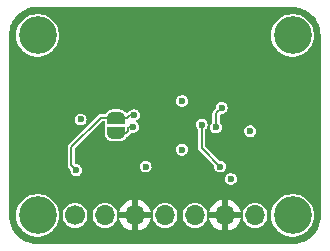
<source format=gbr>
%TF.GenerationSoftware,KiCad,Pcbnew,8.0.3-8.0.3-0~ubuntu23.10.1*%
%TF.CreationDate,2024-08-01T21:15:56-04:00*%
%TF.ProjectId,OPT4001,4f505434-3030-4312-9e6b-696361645f70,rev?*%
%TF.SameCoordinates,Original*%
%TF.FileFunction,Copper,L4,Bot*%
%TF.FilePolarity,Positive*%
%FSLAX46Y46*%
G04 Gerber Fmt 4.6, Leading zero omitted, Abs format (unit mm)*
G04 Created by KiCad (PCBNEW 8.0.3-8.0.3-0~ubuntu23.10.1) date 2024-08-01 21:15:56*
%MOMM*%
%LPD*%
G01*
G04 APERTURE LIST*
G04 Aperture macros list*
%AMFreePoly0*
4,1,19,0.500000,-0.750000,0.000000,-0.750000,0.000000,-0.744911,-0.071157,-0.744911,-0.207708,-0.704816,-0.327430,-0.627875,-0.420627,-0.520320,-0.479746,-0.390866,-0.500000,-0.250000,-0.500000,0.250000,-0.479746,0.390866,-0.420627,0.520320,-0.327430,0.627875,-0.207708,0.704816,-0.071157,0.744911,0.000000,0.744911,0.000000,0.750000,0.500000,0.750000,0.500000,-0.750000,0.500000,-0.750000,
$1*%
%AMFreePoly1*
4,1,19,0.000000,0.744911,0.071157,0.744911,0.207708,0.704816,0.327430,0.627875,0.420627,0.520320,0.479746,0.390866,0.500000,0.250000,0.500000,-0.250000,0.479746,-0.390866,0.420627,-0.520320,0.327430,-0.627875,0.207708,-0.704816,0.071157,-0.744911,0.000000,-0.744911,0.000000,-0.750000,-0.500000,-0.750000,-0.500000,0.750000,0.000000,0.750000,0.000000,0.744911,0.000000,0.744911,
$1*%
G04 Aperture macros list end*
%TA.AperFunction,ComponentPad*%
%ADD10C,3.200000*%
%TD*%
%TA.AperFunction,SMDPad,CuDef*%
%ADD11FreePoly0,270.000000*%
%TD*%
%TA.AperFunction,SMDPad,CuDef*%
%ADD12FreePoly1,270.000000*%
%TD*%
%TA.AperFunction,ComponentPad*%
%ADD13O,1.700000X1.700000*%
%TD*%
%TA.AperFunction,ComponentPad*%
%ADD14C,1.700000*%
%TD*%
%TA.AperFunction,ViaPad*%
%ADD15C,0.600000*%
%TD*%
%TA.AperFunction,Conductor*%
%ADD16C,0.200000*%
%TD*%
G04 APERTURE END LIST*
D10*
%TO.P,H1,1,1*%
%TO.N,unconnected-(H1-Pad1)*%
X108204000Y-87630000D03*
%TD*%
%TO.P,H4,1,1*%
%TO.N,unconnected-(H4-Pad1)*%
X129794000Y-87630000D03*
%TD*%
%TO.P,H3,1,1*%
%TO.N,unconnected-(H3-Pad1)*%
X108204000Y-102870000D03*
%TD*%
%TO.P,H2,1,1*%
%TO.N,unconnected-(H2-Pad1)*%
X129794000Y-102870000D03*
%TD*%
D11*
%TO.P,JP1,1,A*%
%TO.N,+3.3V*%
X114850000Y-94600000D03*
D12*
%TO.P,JP1,2,B*%
%TO.N,Net-(JP1-B)*%
X114850000Y-95900000D03*
%TD*%
D13*
%TO.P,J3,7,Pin_7*%
%TO.N,/INT*%
X126614000Y-102870000D03*
%TO.P,J3,6,Pin_6*%
%TO.N,GND*%
X124074000Y-102870000D03*
%TO.P,J3,5,Pin_5*%
%TO.N,/SDA*%
X121534000Y-102870000D03*
%TO.P,J3,4,Pin_4*%
%TO.N,/SCL*%
X118994000Y-102870000D03*
%TO.P,J3,3,Pin_3*%
%TO.N,GND*%
X116454000Y-102870000D03*
%TO.P,J3,2,Pin_2*%
%TO.N,+3.3V*%
X113914000Y-102870000D03*
D14*
%TO.P,J3,1,Pin_1*%
%TO.N,VDD*%
X111374000Y-102870000D03*
%TD*%
D15*
%TO.N,GND*%
X111950000Y-97790000D03*
X116320000Y-96410000D03*
X116360000Y-93430000D03*
X126210000Y-96750000D03*
X111850000Y-93750000D03*
%TO.N,/SCL*%
X123310000Y-95430000D03*
X123800000Y-93750000D03*
%TO.N,VDD*%
X124580000Y-99790000D03*
X126210000Y-95750000D03*
X120420000Y-97310000D03*
X120450000Y-93190000D03*
X111850000Y-94750000D03*
X117350000Y-98740000D03*
%TO.N,/INT*%
X122100000Y-95180000D03*
X123660000Y-98740000D03*
%TO.N,+3.3V*%
X111500000Y-99040000D03*
X116370000Y-94380000D03*
%TO.N,Net-(JP1-B)*%
X116320000Y-95390000D03*
%TD*%
D16*
%TO.N,/SCL*%
X123310000Y-95430000D02*
X123310000Y-94240000D01*
X123310000Y-94240000D02*
X123800000Y-93750000D01*
%TO.N,/INT*%
X122100000Y-97180000D02*
X123660000Y-98740000D01*
X122100000Y-95180000D02*
X122100000Y-97180000D01*
%TO.N,+3.3V*%
X114850000Y-94600000D02*
X113570000Y-94600000D01*
X111050000Y-98590000D02*
X111500000Y-99040000D01*
X115790000Y-94600000D02*
X114850000Y-94600000D01*
X113570000Y-94600000D02*
X111050000Y-97120000D01*
X116370000Y-94380000D02*
X116010000Y-94380000D01*
X116010000Y-94380000D02*
X115790000Y-94600000D01*
X111050000Y-97120000D02*
X111050000Y-98590000D01*
%TO.N,Net-(JP1-B)*%
X115970000Y-95390000D02*
X115870000Y-95490000D01*
X115870000Y-95490000D02*
X115870000Y-95750000D01*
X115870000Y-95750000D02*
X115720000Y-95900000D01*
X116320000Y-95390000D02*
X115970000Y-95390000D01*
X115720000Y-95900000D02*
X114850000Y-95900000D01*
%TD*%
%TA.AperFunction,Conductor*%
%TO.N,GND*%
G36*
X129766884Y-85207613D02*
G01*
X130052036Y-85224862D01*
X130059503Y-85225769D01*
X130338629Y-85276921D01*
X130345956Y-85278727D01*
X130544347Y-85340548D01*
X130616871Y-85363147D01*
X130623927Y-85365822D01*
X130882707Y-85482289D01*
X130889377Y-85485791D01*
X131044035Y-85579285D01*
X131132219Y-85632594D01*
X131138430Y-85636881D01*
X131361809Y-85811888D01*
X131367458Y-85816893D01*
X131568106Y-86017541D01*
X131573111Y-86023190D01*
X131748118Y-86246569D01*
X131752405Y-86252780D01*
X131899205Y-86495616D01*
X131902713Y-86502299D01*
X132019176Y-86761071D01*
X132021852Y-86768128D01*
X132106272Y-87039043D01*
X132108078Y-87046371D01*
X132159228Y-87325483D01*
X132160138Y-87332976D01*
X132175991Y-87595071D01*
X132175899Y-87597521D01*
X132177385Y-87621971D01*
X132177500Y-87625761D01*
X132177500Y-87649102D01*
X132177629Y-87649669D01*
X132190183Y-87675440D01*
X132190305Y-87675692D01*
X132200310Y-87696466D01*
X132206500Y-87723585D01*
X132206500Y-102868110D01*
X132206386Y-102871884D01*
X132189138Y-103157023D01*
X132188228Y-103164515D01*
X132137078Y-103443628D01*
X132135272Y-103450956D01*
X132050852Y-103721871D01*
X132048176Y-103728928D01*
X131931713Y-103987700D01*
X131928205Y-103994383D01*
X131781405Y-104237219D01*
X131777118Y-104243430D01*
X131602111Y-104466809D01*
X131597106Y-104472458D01*
X131396458Y-104673106D01*
X131390809Y-104678111D01*
X131167430Y-104853118D01*
X131161219Y-104857405D01*
X130918383Y-105004205D01*
X130911700Y-105007713D01*
X130652928Y-105124176D01*
X130645871Y-105126852D01*
X130374956Y-105211272D01*
X130367628Y-105213078D01*
X130088515Y-105264228D01*
X130081023Y-105265138D01*
X129795885Y-105282386D01*
X129792111Y-105282500D01*
X108205889Y-105282500D01*
X108202115Y-105282386D01*
X107916976Y-105265138D01*
X107909484Y-105264228D01*
X107630371Y-105213078D01*
X107623043Y-105211272D01*
X107352128Y-105126852D01*
X107345071Y-105124176D01*
X107086299Y-105007713D01*
X107079616Y-105004205D01*
X106836780Y-104857405D01*
X106830569Y-104853118D01*
X106607190Y-104678111D01*
X106601541Y-104673106D01*
X106400893Y-104472458D01*
X106395888Y-104466809D01*
X106220881Y-104243430D01*
X106216594Y-104237219D01*
X106159895Y-104143428D01*
X106069791Y-103994377D01*
X106066289Y-103987707D01*
X105949822Y-103728927D01*
X105947147Y-103721871D01*
X105862727Y-103450956D01*
X105860921Y-103443628D01*
X105847428Y-103370000D01*
X105809769Y-103164503D01*
X105808862Y-103157034D01*
X105791614Y-102871883D01*
X105791557Y-102870000D01*
X106398451Y-102870000D01*
X106417185Y-103120000D01*
X106418617Y-103139102D01*
X106418617Y-103139104D01*
X106478663Y-103402188D01*
X106478666Y-103402195D01*
X106577257Y-103653398D01*
X106712185Y-103887102D01*
X106712187Y-103887105D01*
X106712191Y-103887111D01*
X106880432Y-104098077D01*
X106880435Y-104098080D01*
X106880439Y-104098085D01*
X107078259Y-104281635D01*
X107078264Y-104281638D01*
X107078267Y-104281641D01*
X107219101Y-104377659D01*
X107301226Y-104433651D01*
X107544359Y-104550738D01*
X107684469Y-104593956D01*
X107802217Y-104630277D01*
X107802221Y-104630278D01*
X107802228Y-104630280D01*
X108069071Y-104670500D01*
X108069077Y-104670500D01*
X108338923Y-104670500D01*
X108338929Y-104670500D01*
X108605772Y-104630280D01*
X108863641Y-104550738D01*
X109106775Y-104433651D01*
X109329741Y-104281635D01*
X109527561Y-104098085D01*
X109695815Y-103887102D01*
X109830743Y-103653398D01*
X109929334Y-103402195D01*
X109936683Y-103370000D01*
X109959484Y-103270099D01*
X109989383Y-103139103D01*
X110009549Y-102870000D01*
X110009549Y-102869999D01*
X110318417Y-102869999D01*
X110318417Y-102870000D01*
X110338699Y-103075930D01*
X110338700Y-103075935D01*
X110398766Y-103273949D01*
X110398768Y-103273954D01*
X110496311Y-103456444D01*
X110496313Y-103456448D01*
X110496315Y-103456450D01*
X110627590Y-103616410D01*
X110787550Y-103747685D01*
X110787553Y-103747686D01*
X110787555Y-103747688D01*
X110862912Y-103787967D01*
X110970046Y-103845232D01*
X111168066Y-103905300D01*
X111374000Y-103925583D01*
X111579934Y-103905300D01*
X111777954Y-103845232D01*
X111960450Y-103747685D01*
X112120410Y-103616410D01*
X112251685Y-103456450D01*
X112349232Y-103273954D01*
X112409300Y-103075934D01*
X112429583Y-102870000D01*
X112429583Y-102869999D01*
X112858417Y-102869999D01*
X112858417Y-102870000D01*
X112878699Y-103075930D01*
X112878700Y-103075935D01*
X112938766Y-103273949D01*
X112938768Y-103273954D01*
X113036311Y-103456444D01*
X113036313Y-103456448D01*
X113036315Y-103456450D01*
X113167590Y-103616410D01*
X113327550Y-103747685D01*
X113327553Y-103747686D01*
X113327555Y-103747688D01*
X113402912Y-103787967D01*
X113510046Y-103845232D01*
X113708066Y-103905300D01*
X113914000Y-103925583D01*
X114119934Y-103905300D01*
X114317954Y-103845232D01*
X114500450Y-103747685D01*
X114660410Y-103616410D01*
X114791685Y-103456450D01*
X114889232Y-103273954D01*
X114949300Y-103075934D01*
X114969583Y-102870000D01*
X114949300Y-102664066D01*
X114935932Y-102619998D01*
X115123363Y-102619998D01*
X115123364Y-102620000D01*
X116020988Y-102620000D01*
X115988075Y-102677007D01*
X115954000Y-102804174D01*
X115954000Y-102935826D01*
X115988075Y-103062993D01*
X116020988Y-103120000D01*
X115123364Y-103120000D01*
X115123363Y-103120001D01*
X115180567Y-103333487D01*
X115180568Y-103333489D01*
X115280398Y-103547575D01*
X115415892Y-103741081D01*
X115582918Y-103908107D01*
X115776426Y-104043603D01*
X115990503Y-104143428D01*
X115990519Y-104143434D01*
X116203998Y-104200635D01*
X116204000Y-104200634D01*
X116204000Y-103303012D01*
X116261007Y-103335925D01*
X116388174Y-103370000D01*
X116519826Y-103370000D01*
X116646993Y-103335925D01*
X116704000Y-103303012D01*
X116704000Y-104200634D01*
X116704001Y-104200635D01*
X116917480Y-104143434D01*
X116917496Y-104143428D01*
X117131573Y-104043603D01*
X117325081Y-103908107D01*
X117492107Y-103741081D01*
X117627601Y-103547575D01*
X117727431Y-103333489D01*
X117727432Y-103333487D01*
X117784636Y-103120001D01*
X117784636Y-103120000D01*
X116887012Y-103120000D01*
X116919925Y-103062993D01*
X116954000Y-102935826D01*
X116954000Y-102869999D01*
X117938417Y-102869999D01*
X117938417Y-102870000D01*
X117958699Y-103075930D01*
X117958700Y-103075935D01*
X118018766Y-103273949D01*
X118018768Y-103273954D01*
X118116311Y-103456444D01*
X118116313Y-103456448D01*
X118116315Y-103456450D01*
X118247590Y-103616410D01*
X118407550Y-103747685D01*
X118407553Y-103747686D01*
X118407555Y-103747688D01*
X118482912Y-103787967D01*
X118590046Y-103845232D01*
X118788066Y-103905300D01*
X118994000Y-103925583D01*
X119199934Y-103905300D01*
X119397954Y-103845232D01*
X119580450Y-103747685D01*
X119740410Y-103616410D01*
X119871685Y-103456450D01*
X119969232Y-103273954D01*
X120029300Y-103075934D01*
X120049583Y-102870000D01*
X120049583Y-102869999D01*
X120478417Y-102869999D01*
X120478417Y-102870000D01*
X120498699Y-103075930D01*
X120498700Y-103075935D01*
X120558766Y-103273949D01*
X120558768Y-103273954D01*
X120656311Y-103456444D01*
X120656313Y-103456448D01*
X120656315Y-103456450D01*
X120787590Y-103616410D01*
X120947550Y-103747685D01*
X120947553Y-103747686D01*
X120947555Y-103747688D01*
X121022912Y-103787967D01*
X121130046Y-103845232D01*
X121328066Y-103905300D01*
X121534000Y-103925583D01*
X121739934Y-103905300D01*
X121937954Y-103845232D01*
X122120450Y-103747685D01*
X122280410Y-103616410D01*
X122411685Y-103456450D01*
X122509232Y-103273954D01*
X122569300Y-103075934D01*
X122589583Y-102870000D01*
X122569300Y-102664066D01*
X122555932Y-102619998D01*
X122743363Y-102619998D01*
X122743364Y-102620000D01*
X123640988Y-102620000D01*
X123608075Y-102677007D01*
X123574000Y-102804174D01*
X123574000Y-102935826D01*
X123608075Y-103062993D01*
X123640988Y-103120000D01*
X122743364Y-103120000D01*
X122743363Y-103120001D01*
X122800567Y-103333487D01*
X122800568Y-103333489D01*
X122900398Y-103547575D01*
X123035892Y-103741081D01*
X123202918Y-103908107D01*
X123396426Y-104043603D01*
X123610503Y-104143428D01*
X123610519Y-104143434D01*
X123823998Y-104200635D01*
X123824000Y-104200634D01*
X123824000Y-103303012D01*
X123881007Y-103335925D01*
X124008174Y-103370000D01*
X124139826Y-103370000D01*
X124266993Y-103335925D01*
X124324000Y-103303012D01*
X124324000Y-104200634D01*
X124324001Y-104200635D01*
X124537480Y-104143434D01*
X124537496Y-104143428D01*
X124751573Y-104043603D01*
X124945081Y-103908107D01*
X125112107Y-103741081D01*
X125247601Y-103547575D01*
X125347431Y-103333489D01*
X125347432Y-103333487D01*
X125404636Y-103120001D01*
X125404636Y-103120000D01*
X124507012Y-103120000D01*
X124539925Y-103062993D01*
X124574000Y-102935826D01*
X124574000Y-102869999D01*
X125558417Y-102869999D01*
X125558417Y-102870000D01*
X125578699Y-103075930D01*
X125578700Y-103075935D01*
X125638766Y-103273949D01*
X125638768Y-103273954D01*
X125736311Y-103456444D01*
X125736313Y-103456448D01*
X125736315Y-103456450D01*
X125867590Y-103616410D01*
X126027550Y-103747685D01*
X126027553Y-103747686D01*
X126027555Y-103747688D01*
X126102912Y-103787967D01*
X126210046Y-103845232D01*
X126408066Y-103905300D01*
X126614000Y-103925583D01*
X126819934Y-103905300D01*
X127017954Y-103845232D01*
X127200450Y-103747685D01*
X127360410Y-103616410D01*
X127491685Y-103456450D01*
X127589232Y-103273954D01*
X127649300Y-103075934D01*
X127669583Y-102870000D01*
X127988451Y-102870000D01*
X128007185Y-103120000D01*
X128008617Y-103139102D01*
X128008617Y-103139104D01*
X128068663Y-103402188D01*
X128068666Y-103402195D01*
X128167257Y-103653398D01*
X128302185Y-103887102D01*
X128302187Y-103887105D01*
X128302191Y-103887111D01*
X128470432Y-104098077D01*
X128470435Y-104098080D01*
X128470439Y-104098085D01*
X128668259Y-104281635D01*
X128668264Y-104281638D01*
X128668267Y-104281641D01*
X128809101Y-104377659D01*
X128891226Y-104433651D01*
X129134359Y-104550738D01*
X129274469Y-104593956D01*
X129392217Y-104630277D01*
X129392221Y-104630278D01*
X129392228Y-104630280D01*
X129659071Y-104670500D01*
X129659077Y-104670500D01*
X129928923Y-104670500D01*
X129928929Y-104670500D01*
X130195772Y-104630280D01*
X130453641Y-104550738D01*
X130696775Y-104433651D01*
X130919741Y-104281635D01*
X131117561Y-104098085D01*
X131285815Y-103887102D01*
X131420743Y-103653398D01*
X131519334Y-103402195D01*
X131526683Y-103370000D01*
X131549484Y-103270099D01*
X131579383Y-103139103D01*
X131599549Y-102870000D01*
X131599407Y-102868110D01*
X131594616Y-102804174D01*
X131579383Y-102600897D01*
X131535016Y-102406512D01*
X131519336Y-102337811D01*
X131498040Y-102283550D01*
X131420743Y-102086602D01*
X131285815Y-101852898D01*
X131285810Y-101852892D01*
X131285808Y-101852888D01*
X131117567Y-101641922D01*
X131117564Y-101641919D01*
X131117561Y-101641915D01*
X130919741Y-101458365D01*
X130919735Y-101458361D01*
X130919732Y-101458358D01*
X130696775Y-101306349D01*
X130453641Y-101189262D01*
X130453638Y-101189261D01*
X130453636Y-101189260D01*
X130453632Y-101189259D01*
X130195782Y-101109722D01*
X130195773Y-101109720D01*
X130062350Y-101089610D01*
X129928929Y-101069500D01*
X129659071Y-101069500D01*
X129392226Y-101109720D01*
X129392217Y-101109722D01*
X129134367Y-101189259D01*
X129134363Y-101189260D01*
X128891225Y-101306349D01*
X128668267Y-101458358D01*
X128668260Y-101458363D01*
X128668259Y-101458365D01*
X128470439Y-101641915D01*
X128470437Y-101641917D01*
X128470432Y-101641922D01*
X128302191Y-101852888D01*
X128167258Y-102086599D01*
X128068663Y-102337811D01*
X128008617Y-102600895D01*
X128008617Y-102600897D01*
X127988593Y-102868110D01*
X127988451Y-102870000D01*
X127669583Y-102870000D01*
X127649300Y-102664066D01*
X127589232Y-102466046D01*
X127491685Y-102283550D01*
X127360410Y-102123590D01*
X127200450Y-101992315D01*
X127200448Y-101992313D01*
X127200444Y-101992311D01*
X127017954Y-101894768D01*
X127017949Y-101894766D01*
X126819935Y-101834700D01*
X126819930Y-101834699D01*
X126614000Y-101814417D01*
X126408069Y-101834699D01*
X126408064Y-101834700D01*
X126210050Y-101894766D01*
X126210045Y-101894768D01*
X126027555Y-101992311D01*
X126027544Y-101992319D01*
X125867591Y-102123588D01*
X125867588Y-102123591D01*
X125736319Y-102283544D01*
X125736311Y-102283555D01*
X125638768Y-102466045D01*
X125638766Y-102466050D01*
X125578700Y-102664064D01*
X125578699Y-102664069D01*
X125558417Y-102869999D01*
X124574000Y-102869999D01*
X124574000Y-102804174D01*
X124539925Y-102677007D01*
X124507012Y-102620000D01*
X125404636Y-102620000D01*
X125404636Y-102619998D01*
X125347432Y-102406512D01*
X125347431Y-102406510D01*
X125247600Y-102192422D01*
X125112109Y-101998920D01*
X124945081Y-101831892D01*
X124751575Y-101696398D01*
X124537489Y-101596568D01*
X124537487Y-101596567D01*
X124324001Y-101539363D01*
X124324000Y-101539364D01*
X124324000Y-102436988D01*
X124266993Y-102404075D01*
X124139826Y-102370000D01*
X124008174Y-102370000D01*
X123881007Y-102404075D01*
X123824000Y-102436988D01*
X123824000Y-101539364D01*
X123823998Y-101539363D01*
X123610512Y-101596567D01*
X123610510Y-101596568D01*
X123396422Y-101696399D01*
X123202920Y-101831890D01*
X123035890Y-101998920D01*
X122900399Y-102192422D01*
X122800568Y-102406510D01*
X122800567Y-102406512D01*
X122743363Y-102619998D01*
X122555932Y-102619998D01*
X122509232Y-102466046D01*
X122411685Y-102283550D01*
X122280410Y-102123590D01*
X122120450Y-101992315D01*
X122120448Y-101992313D01*
X122120444Y-101992311D01*
X121937954Y-101894768D01*
X121937949Y-101894766D01*
X121739935Y-101834700D01*
X121739930Y-101834699D01*
X121534000Y-101814417D01*
X121328069Y-101834699D01*
X121328064Y-101834700D01*
X121130050Y-101894766D01*
X121130045Y-101894768D01*
X120947555Y-101992311D01*
X120947544Y-101992319D01*
X120787591Y-102123588D01*
X120787588Y-102123591D01*
X120656319Y-102283544D01*
X120656311Y-102283555D01*
X120558768Y-102466045D01*
X120558766Y-102466050D01*
X120498700Y-102664064D01*
X120498699Y-102664069D01*
X120478417Y-102869999D01*
X120049583Y-102869999D01*
X120029300Y-102664066D01*
X119969232Y-102466046D01*
X119871685Y-102283550D01*
X119740410Y-102123590D01*
X119580450Y-101992315D01*
X119580448Y-101992313D01*
X119580444Y-101992311D01*
X119397954Y-101894768D01*
X119397949Y-101894766D01*
X119199935Y-101834700D01*
X119199930Y-101834699D01*
X118994000Y-101814417D01*
X118788069Y-101834699D01*
X118788064Y-101834700D01*
X118590050Y-101894766D01*
X118590045Y-101894768D01*
X118407555Y-101992311D01*
X118407544Y-101992319D01*
X118247591Y-102123588D01*
X118247588Y-102123591D01*
X118116319Y-102283544D01*
X118116311Y-102283555D01*
X118018768Y-102466045D01*
X118018766Y-102466050D01*
X117958700Y-102664064D01*
X117958699Y-102664069D01*
X117938417Y-102869999D01*
X116954000Y-102869999D01*
X116954000Y-102804174D01*
X116919925Y-102677007D01*
X116887012Y-102620000D01*
X117784636Y-102620000D01*
X117784636Y-102619998D01*
X117727432Y-102406512D01*
X117727431Y-102406510D01*
X117627600Y-102192422D01*
X117492109Y-101998920D01*
X117325081Y-101831892D01*
X117131575Y-101696398D01*
X116917489Y-101596568D01*
X116917487Y-101596567D01*
X116704001Y-101539363D01*
X116704000Y-101539364D01*
X116704000Y-102436988D01*
X116646993Y-102404075D01*
X116519826Y-102370000D01*
X116388174Y-102370000D01*
X116261007Y-102404075D01*
X116204000Y-102436988D01*
X116204000Y-101539364D01*
X116203998Y-101539363D01*
X115990512Y-101596567D01*
X115990510Y-101596568D01*
X115776422Y-101696399D01*
X115582920Y-101831890D01*
X115415890Y-101998920D01*
X115280399Y-102192422D01*
X115180568Y-102406510D01*
X115180567Y-102406512D01*
X115123363Y-102619998D01*
X114935932Y-102619998D01*
X114889232Y-102466046D01*
X114791685Y-102283550D01*
X114660410Y-102123590D01*
X114500450Y-101992315D01*
X114500448Y-101992313D01*
X114500444Y-101992311D01*
X114317954Y-101894768D01*
X114317949Y-101894766D01*
X114119935Y-101834700D01*
X114119930Y-101834699D01*
X113914000Y-101814417D01*
X113708069Y-101834699D01*
X113708064Y-101834700D01*
X113510050Y-101894766D01*
X113510045Y-101894768D01*
X113327555Y-101992311D01*
X113327544Y-101992319D01*
X113167591Y-102123588D01*
X113167588Y-102123591D01*
X113036319Y-102283544D01*
X113036311Y-102283555D01*
X112938768Y-102466045D01*
X112938766Y-102466050D01*
X112878700Y-102664064D01*
X112878699Y-102664069D01*
X112858417Y-102869999D01*
X112429583Y-102869999D01*
X112409300Y-102664066D01*
X112349232Y-102466046D01*
X112251685Y-102283550D01*
X112120410Y-102123590D01*
X111960450Y-101992315D01*
X111960448Y-101992313D01*
X111960444Y-101992311D01*
X111777954Y-101894768D01*
X111777949Y-101894766D01*
X111579935Y-101834700D01*
X111579930Y-101834699D01*
X111374000Y-101814417D01*
X111168069Y-101834699D01*
X111168064Y-101834700D01*
X110970050Y-101894766D01*
X110970045Y-101894768D01*
X110787555Y-101992311D01*
X110787544Y-101992319D01*
X110627591Y-102123588D01*
X110627588Y-102123591D01*
X110496319Y-102283544D01*
X110496311Y-102283555D01*
X110398768Y-102466045D01*
X110398766Y-102466050D01*
X110338700Y-102664064D01*
X110338699Y-102664069D01*
X110318417Y-102869999D01*
X110009549Y-102869999D01*
X110009407Y-102868110D01*
X110004616Y-102804174D01*
X109989383Y-102600897D01*
X109945016Y-102406512D01*
X109929336Y-102337811D01*
X109908040Y-102283550D01*
X109830743Y-102086602D01*
X109695815Y-101852898D01*
X109695810Y-101852892D01*
X109695808Y-101852888D01*
X109527567Y-101641922D01*
X109527564Y-101641919D01*
X109527561Y-101641915D01*
X109329741Y-101458365D01*
X109329735Y-101458361D01*
X109329732Y-101458358D01*
X109106775Y-101306349D01*
X108863641Y-101189262D01*
X108863638Y-101189261D01*
X108863636Y-101189260D01*
X108863632Y-101189259D01*
X108605782Y-101109722D01*
X108605773Y-101109720D01*
X108472350Y-101089610D01*
X108338929Y-101069500D01*
X108069071Y-101069500D01*
X107802226Y-101109720D01*
X107802217Y-101109722D01*
X107544367Y-101189259D01*
X107544363Y-101189260D01*
X107301225Y-101306349D01*
X107078267Y-101458358D01*
X107078260Y-101458363D01*
X107078259Y-101458365D01*
X106880439Y-101641915D01*
X106880437Y-101641917D01*
X106880432Y-101641922D01*
X106712191Y-101852888D01*
X106577258Y-102086599D01*
X106478663Y-102337811D01*
X106418617Y-102600895D01*
X106418617Y-102600897D01*
X106398593Y-102868110D01*
X106398451Y-102870000D01*
X105791557Y-102870000D01*
X105791500Y-102868110D01*
X105791500Y-99790000D01*
X124074353Y-99790000D01*
X124094834Y-99932455D01*
X124154623Y-100063372D01*
X124154623Y-100063374D01*
X124248871Y-100172142D01*
X124248872Y-100172143D01*
X124369947Y-100249953D01*
X124369949Y-100249953D01*
X124369950Y-100249954D01*
X124508036Y-100290499D01*
X124508038Y-100290500D01*
X124508039Y-100290500D01*
X124651962Y-100290500D01*
X124651962Y-100290499D01*
X124790053Y-100249953D01*
X124911128Y-100172143D01*
X125005377Y-100063373D01*
X125065165Y-99932457D01*
X125085647Y-99790000D01*
X125065165Y-99647543D01*
X125005377Y-99516627D01*
X125005376Y-99516625D01*
X124911128Y-99407857D01*
X124790053Y-99330047D01*
X124790051Y-99330046D01*
X124790049Y-99330045D01*
X124651963Y-99289500D01*
X124651961Y-99289500D01*
X124508039Y-99289500D01*
X124508037Y-99289500D01*
X124369950Y-99330045D01*
X124248871Y-99407857D01*
X124154623Y-99516625D01*
X124154623Y-99516627D01*
X124094834Y-99647544D01*
X124074353Y-99790000D01*
X105791500Y-99790000D01*
X105791500Y-97080432D01*
X110749500Y-97080432D01*
X110749500Y-98629567D01*
X110769978Y-98705986D01*
X110769980Y-98705992D01*
X110789614Y-98739999D01*
X110809539Y-98774510D01*
X110809544Y-98774516D01*
X110982371Y-98947343D01*
X111000677Y-98991537D01*
X111000041Y-99000430D01*
X110994353Y-99039998D01*
X110994353Y-99039999D01*
X111014834Y-99182455D01*
X111014835Y-99182457D01*
X111063720Y-99289500D01*
X111074623Y-99313372D01*
X111074623Y-99313374D01*
X111156493Y-99407857D01*
X111168872Y-99422143D01*
X111289947Y-99499953D01*
X111289949Y-99499953D01*
X111289950Y-99499954D01*
X111428036Y-99540499D01*
X111428038Y-99540500D01*
X111428039Y-99540500D01*
X111571962Y-99540500D01*
X111571962Y-99540499D01*
X111710053Y-99499953D01*
X111831128Y-99422143D01*
X111925377Y-99313373D01*
X111985165Y-99182457D01*
X112005647Y-99040000D01*
X111985165Y-98897543D01*
X111925377Y-98766627D01*
X111925376Y-98766625D01*
X111902304Y-98739999D01*
X116844353Y-98739999D01*
X116864834Y-98882455D01*
X116924623Y-99013372D01*
X116924623Y-99013374D01*
X116947694Y-99039999D01*
X117018872Y-99122143D01*
X117139947Y-99199953D01*
X117139949Y-99199953D01*
X117139950Y-99199954D01*
X117278036Y-99240499D01*
X117278038Y-99240500D01*
X117278039Y-99240500D01*
X117421962Y-99240500D01*
X117421962Y-99240499D01*
X117560053Y-99199953D01*
X117681128Y-99122143D01*
X117775377Y-99013373D01*
X117835165Y-98882457D01*
X117855647Y-98740000D01*
X117850757Y-98705992D01*
X117835165Y-98597544D01*
X117835165Y-98597543D01*
X117775377Y-98466627D01*
X117775376Y-98466625D01*
X117681128Y-98357857D01*
X117560053Y-98280047D01*
X117560051Y-98280046D01*
X117560049Y-98280045D01*
X117421963Y-98239500D01*
X117421961Y-98239500D01*
X117278039Y-98239500D01*
X117278037Y-98239500D01*
X117139950Y-98280045D01*
X117018871Y-98357857D01*
X116924623Y-98466625D01*
X116924623Y-98466627D01*
X116864834Y-98597544D01*
X116844353Y-98739999D01*
X111902304Y-98739999D01*
X111831128Y-98657857D01*
X111814766Y-98647342D01*
X111710053Y-98580047D01*
X111710051Y-98580046D01*
X111710049Y-98580045D01*
X111571963Y-98539500D01*
X111571961Y-98539500D01*
X111450359Y-98539500D01*
X111406165Y-98521194D01*
X111368806Y-98483835D01*
X111350500Y-98439641D01*
X111350500Y-97310000D01*
X119914353Y-97310000D01*
X119934834Y-97452455D01*
X119994623Y-97583372D01*
X119994623Y-97583374D01*
X120088871Y-97692142D01*
X120088872Y-97692143D01*
X120209947Y-97769953D01*
X120209949Y-97769953D01*
X120209950Y-97769954D01*
X120348036Y-97810499D01*
X120348038Y-97810500D01*
X120348039Y-97810500D01*
X120491962Y-97810500D01*
X120491962Y-97810499D01*
X120630053Y-97769953D01*
X120751128Y-97692143D01*
X120845377Y-97583373D01*
X120905165Y-97452457D01*
X120925647Y-97310000D01*
X120905165Y-97167543D01*
X120845377Y-97036627D01*
X120845376Y-97036625D01*
X120751128Y-96927857D01*
X120630053Y-96850047D01*
X120630051Y-96850046D01*
X120630049Y-96850045D01*
X120491963Y-96809500D01*
X120491961Y-96809500D01*
X120348039Y-96809500D01*
X120348037Y-96809500D01*
X120209950Y-96850045D01*
X120088871Y-96927857D01*
X119994623Y-97036625D01*
X119994623Y-97036627D01*
X119934834Y-97167544D01*
X119914353Y-97310000D01*
X111350500Y-97310000D01*
X111350500Y-97270359D01*
X111368806Y-97226165D01*
X113676165Y-94918806D01*
X113720359Y-94900500D01*
X113832000Y-94900500D01*
X113876194Y-94918806D01*
X113894500Y-94963000D01*
X113894500Y-95099997D01*
X113899651Y-95145728D01*
X113937910Y-95225171D01*
X113940593Y-95272931D01*
X113930466Y-95291255D01*
X113914851Y-95310836D01*
X113914850Y-95310837D01*
X113894500Y-95400000D01*
X113894500Y-95971890D01*
X113902824Y-96029787D01*
X113943331Y-96167739D01*
X113943331Y-96167740D01*
X113962609Y-96209954D01*
X113967629Y-96220945D01*
X113986623Y-96250500D01*
X114045361Y-96341900D01*
X114083668Y-96386108D01*
X114192328Y-96480260D01*
X114192329Y-96480261D01*
X114219689Y-96497844D01*
X114241532Y-96511881D01*
X114241536Y-96511883D01*
X114241535Y-96511883D01*
X114356505Y-96564387D01*
X114372317Y-96571609D01*
X114428439Y-96588088D01*
X114522955Y-96601677D01*
X114570752Y-96608550D01*
X114570754Y-96608550D01*
X114629247Y-96608550D01*
X114646035Y-96606136D01*
X114654930Y-96605500D01*
X115045070Y-96605500D01*
X115053965Y-96606136D01*
X115070753Y-96608550D01*
X115070755Y-96608550D01*
X115129248Y-96608550D01*
X115170172Y-96602665D01*
X115271561Y-96588088D01*
X115327683Y-96571609D01*
X115458468Y-96511881D01*
X115507673Y-96480259D01*
X115616334Y-96386105D01*
X115654639Y-96341899D01*
X115729524Y-96225374D01*
X115765925Y-96198795D01*
X115835985Y-96180022D01*
X115835983Y-96180022D01*
X115835989Y-96180021D01*
X115904511Y-96140460D01*
X115960460Y-96084511D01*
X116110460Y-95934511D01*
X116112776Y-95930500D01*
X116127553Y-95904904D01*
X116165503Y-95875784D01*
X116199288Y-95876186D01*
X116236044Y-95886978D01*
X116246179Y-95889954D01*
X116248036Y-95890499D01*
X116248038Y-95890500D01*
X116248039Y-95890500D01*
X116391962Y-95890500D01*
X116391962Y-95890499D01*
X116530053Y-95849953D01*
X116651128Y-95772143D01*
X116745377Y-95663373D01*
X116805165Y-95532457D01*
X116825647Y-95390000D01*
X116805165Y-95247543D01*
X116774319Y-95180000D01*
X121594353Y-95180000D01*
X121614834Y-95322455D01*
X121674623Y-95453372D01*
X121674623Y-95453374D01*
X121768872Y-95562143D01*
X121768873Y-95562144D01*
X121770790Y-95563376D01*
X121771537Y-95564453D01*
X121772251Y-95565071D01*
X121772093Y-95565253D01*
X121798072Y-95602668D01*
X121799500Y-95615954D01*
X121799500Y-97219567D01*
X121819978Y-97295986D01*
X121819978Y-97295988D01*
X121857202Y-97360461D01*
X121857202Y-97360463D01*
X121859537Y-97364508D01*
X123142371Y-98647342D01*
X123160677Y-98691536D01*
X123160041Y-98700429D01*
X123154353Y-98739998D01*
X123154353Y-98739999D01*
X123174834Y-98882455D01*
X123234623Y-99013372D01*
X123234623Y-99013374D01*
X123257694Y-99039999D01*
X123328872Y-99122143D01*
X123449947Y-99199953D01*
X123449949Y-99199953D01*
X123449950Y-99199954D01*
X123588036Y-99240499D01*
X123588038Y-99240500D01*
X123588039Y-99240500D01*
X123731962Y-99240500D01*
X123731962Y-99240499D01*
X123870053Y-99199953D01*
X123991128Y-99122143D01*
X124085377Y-99013373D01*
X124145165Y-98882457D01*
X124165647Y-98740000D01*
X124160757Y-98705992D01*
X124145165Y-98597544D01*
X124145165Y-98597543D01*
X124085377Y-98466627D01*
X124085376Y-98466625D01*
X123991128Y-98357857D01*
X123870053Y-98280047D01*
X123870051Y-98280046D01*
X123870049Y-98280045D01*
X123731963Y-98239500D01*
X123731961Y-98239500D01*
X123610359Y-98239500D01*
X123566165Y-98221194D01*
X122418806Y-97073835D01*
X122400500Y-97029641D01*
X122400500Y-95615954D01*
X122418806Y-95571760D01*
X122429210Y-95563376D01*
X122431126Y-95562144D01*
X122431125Y-95562144D01*
X122431128Y-95562143D01*
X122525377Y-95453373D01*
X122536051Y-95430000D01*
X122804353Y-95430000D01*
X122824834Y-95572455D01*
X122824835Y-95572457D01*
X122866355Y-95663373D01*
X122884623Y-95703372D01*
X122884623Y-95703374D01*
X122925025Y-95750000D01*
X122978872Y-95812143D01*
X123099947Y-95889953D01*
X123099949Y-95889953D01*
X123099950Y-95889954D01*
X123238036Y-95930499D01*
X123238038Y-95930500D01*
X123238039Y-95930500D01*
X123381962Y-95930500D01*
X123381962Y-95930499D01*
X123520053Y-95889953D01*
X123641128Y-95812143D01*
X123694975Y-95750000D01*
X125704353Y-95750000D01*
X125724834Y-95892455D01*
X125724835Y-95892457D01*
X125742207Y-95930497D01*
X125784623Y-96023372D01*
X125784623Y-96023374D01*
X125837599Y-96084511D01*
X125878872Y-96132143D01*
X125999947Y-96209953D01*
X125999949Y-96209953D01*
X125999950Y-96209954D01*
X126138036Y-96250499D01*
X126138038Y-96250500D01*
X126138039Y-96250500D01*
X126281962Y-96250500D01*
X126281962Y-96250499D01*
X126420053Y-96209953D01*
X126541128Y-96132143D01*
X126635377Y-96023373D01*
X126695165Y-95892457D01*
X126715647Y-95750000D01*
X126695165Y-95607543D01*
X126635377Y-95476627D01*
X126635376Y-95476625D01*
X126541128Y-95367857D01*
X126470484Y-95322457D01*
X126420053Y-95290047D01*
X126420051Y-95290046D01*
X126420049Y-95290045D01*
X126281963Y-95249500D01*
X126281961Y-95249500D01*
X126138039Y-95249500D01*
X126138037Y-95249500D01*
X125999950Y-95290045D01*
X125878871Y-95367857D01*
X125784623Y-95476625D01*
X125784623Y-95476627D01*
X125724834Y-95607544D01*
X125704353Y-95750000D01*
X123694975Y-95750000D01*
X123735377Y-95703373D01*
X123795165Y-95572457D01*
X123815647Y-95430000D01*
X123795165Y-95287543D01*
X123735377Y-95156627D01*
X123735376Y-95156625D01*
X123641128Y-95047857D01*
X123641127Y-95047856D01*
X123639208Y-95046623D01*
X123638459Y-95045544D01*
X123637751Y-95044931D01*
X123637907Y-95044750D01*
X123611928Y-95007329D01*
X123610500Y-94994046D01*
X123610500Y-94390358D01*
X123628805Y-94346165D01*
X123706164Y-94268805D01*
X123750358Y-94250500D01*
X123871962Y-94250500D01*
X123871962Y-94250499D01*
X124010053Y-94209953D01*
X124131128Y-94132143D01*
X124225377Y-94023373D01*
X124285165Y-93892457D01*
X124305647Y-93750000D01*
X124285165Y-93607543D01*
X124225377Y-93476627D01*
X124225376Y-93476625D01*
X124131128Y-93367857D01*
X124076041Y-93332455D01*
X124010053Y-93290047D01*
X124010051Y-93290046D01*
X124010049Y-93290045D01*
X123871963Y-93249500D01*
X123871961Y-93249500D01*
X123728039Y-93249500D01*
X123728037Y-93249500D01*
X123589950Y-93290045D01*
X123468871Y-93367857D01*
X123374623Y-93476625D01*
X123374623Y-93476627D01*
X123314834Y-93607544D01*
X123294353Y-93750000D01*
X123294353Y-93750001D01*
X123300041Y-93789569D01*
X123288210Y-93835918D01*
X123282371Y-93842656D01*
X123136913Y-93988116D01*
X123125489Y-93999540D01*
X123105291Y-94019738D01*
X123069541Y-94055487D01*
X123029978Y-94124011D01*
X123029978Y-94124013D01*
X123009500Y-94200432D01*
X123009500Y-94994046D01*
X122991194Y-95038240D01*
X122980792Y-95046623D01*
X122978872Y-95047856D01*
X122978871Y-95047857D01*
X122884623Y-95156625D01*
X122884623Y-95156627D01*
X122824834Y-95287544D01*
X122804353Y-95430000D01*
X122536051Y-95430000D01*
X122585165Y-95322457D01*
X122605647Y-95180000D01*
X122585165Y-95037543D01*
X122525377Y-94906627D01*
X122525376Y-94906625D01*
X122431128Y-94797857D01*
X122426423Y-94794833D01*
X122310053Y-94720047D01*
X122310051Y-94720046D01*
X122310049Y-94720045D01*
X122171963Y-94679500D01*
X122171961Y-94679500D01*
X122028039Y-94679500D01*
X122028037Y-94679500D01*
X121889950Y-94720045D01*
X121768871Y-94797857D01*
X121674623Y-94906625D01*
X121674623Y-94906627D01*
X121614834Y-95037544D01*
X121594353Y-95180000D01*
X116774319Y-95180000D01*
X116745377Y-95116627D01*
X116745376Y-95116625D01*
X116651126Y-95007854D01*
X116564639Y-94952273D01*
X116537357Y-94912980D01*
X116545851Y-94865905D01*
X116576509Y-94842959D01*
X116575985Y-94841811D01*
X116580047Y-94839955D01*
X116580047Y-94839954D01*
X116580053Y-94839953D01*
X116701128Y-94762143D01*
X116795377Y-94653373D01*
X116855165Y-94522457D01*
X116875647Y-94380000D01*
X116855165Y-94237543D01*
X116795377Y-94106627D01*
X116795376Y-94106625D01*
X116701128Y-93997857D01*
X116685971Y-93988116D01*
X116580053Y-93920047D01*
X116580051Y-93920046D01*
X116580049Y-93920045D01*
X116441963Y-93879500D01*
X116441961Y-93879500D01*
X116298039Y-93879500D01*
X116298037Y-93879500D01*
X116159948Y-93920046D01*
X116159947Y-93920046D01*
X116038873Y-93997855D01*
X116038871Y-93997857D01*
X115979978Y-94065823D01*
X115948922Y-94085264D01*
X115894012Y-94099978D01*
X115838301Y-94132143D01*
X115838300Y-94132142D01*
X115825491Y-94139538D01*
X115825489Y-94139540D01*
X115769059Y-94195969D01*
X115724865Y-94214274D01*
X115680671Y-94195968D01*
X115672294Y-94185572D01*
X115654639Y-94158101D01*
X115632146Y-94132143D01*
X115616331Y-94113891D01*
X115507671Y-94019739D01*
X115507670Y-94019738D01*
X115458463Y-93988116D01*
X115458464Y-93988116D01*
X115327684Y-93928391D01*
X115271563Y-93911912D01*
X115129248Y-93891450D01*
X115129246Y-93891450D01*
X115070755Y-93891450D01*
X115070753Y-93891450D01*
X115053965Y-93893864D01*
X115045070Y-93894500D01*
X114654930Y-93894500D01*
X114646035Y-93893864D01*
X114629247Y-93891450D01*
X114629245Y-93891450D01*
X114570754Y-93891450D01*
X114570752Y-93891450D01*
X114428436Y-93911912D01*
X114372315Y-93928391D01*
X114241536Y-93988116D01*
X114192329Y-94019738D01*
X114192328Y-94019739D01*
X114083668Y-94113891D01*
X114045361Y-94158099D01*
X113972941Y-94270790D01*
X113933648Y-94298072D01*
X113920362Y-94299500D01*
X113530432Y-94299500D01*
X113454010Y-94319979D01*
X113454008Y-94319979D01*
X113432741Y-94332259D01*
X113432740Y-94332260D01*
X113385488Y-94359540D01*
X112081657Y-95663372D01*
X110865489Y-96879540D01*
X110837515Y-96907514D01*
X110809541Y-96935487D01*
X110769978Y-97004011D01*
X110769978Y-97004013D01*
X110749500Y-97080432D01*
X105791500Y-97080432D01*
X105791500Y-94750000D01*
X111344353Y-94750000D01*
X111364834Y-94892455D01*
X111364835Y-94892457D01*
X111393354Y-94954905D01*
X111424623Y-95023372D01*
X111424623Y-95023374D01*
X111505427Y-95116627D01*
X111518872Y-95132143D01*
X111639947Y-95209953D01*
X111774633Y-95249500D01*
X111778036Y-95250499D01*
X111778038Y-95250500D01*
X111778039Y-95250500D01*
X111921962Y-95250500D01*
X111921962Y-95250499D01*
X112060053Y-95209953D01*
X112181128Y-95132143D01*
X112275377Y-95023373D01*
X112335165Y-94892457D01*
X112355647Y-94750000D01*
X112335165Y-94607543D01*
X112275377Y-94476627D01*
X112275376Y-94476625D01*
X112181128Y-94367857D01*
X112147373Y-94346164D01*
X112060053Y-94290047D01*
X112060051Y-94290046D01*
X112060049Y-94290045D01*
X111921963Y-94249500D01*
X111921961Y-94249500D01*
X111778039Y-94249500D01*
X111778037Y-94249500D01*
X111639950Y-94290045D01*
X111518871Y-94367857D01*
X111424623Y-94476625D01*
X111424623Y-94476627D01*
X111364834Y-94607544D01*
X111344353Y-94750000D01*
X105791500Y-94750000D01*
X105791500Y-93190000D01*
X119944353Y-93190000D01*
X119964834Y-93332455D01*
X120024623Y-93463372D01*
X120024623Y-93463374D01*
X120118871Y-93572142D01*
X120118872Y-93572143D01*
X120239947Y-93649953D01*
X120239949Y-93649953D01*
X120239950Y-93649954D01*
X120378036Y-93690499D01*
X120378038Y-93690500D01*
X120378039Y-93690500D01*
X120521962Y-93690500D01*
X120521962Y-93690499D01*
X120660053Y-93649953D01*
X120781128Y-93572143D01*
X120875377Y-93463373D01*
X120935165Y-93332457D01*
X120955647Y-93190000D01*
X120935165Y-93047543D01*
X120875377Y-92916627D01*
X120875376Y-92916625D01*
X120781128Y-92807857D01*
X120660053Y-92730047D01*
X120660051Y-92730046D01*
X120660049Y-92730045D01*
X120521963Y-92689500D01*
X120521961Y-92689500D01*
X120378039Y-92689500D01*
X120378037Y-92689500D01*
X120239950Y-92730045D01*
X120118871Y-92807857D01*
X120024623Y-92916625D01*
X120024623Y-92916627D01*
X119964834Y-93047544D01*
X119944353Y-93190000D01*
X105791500Y-93190000D01*
X105791500Y-87629996D01*
X106398451Y-87629996D01*
X106398451Y-87630003D01*
X106418617Y-87899102D01*
X106418617Y-87899104D01*
X106478663Y-88162188D01*
X106478666Y-88162195D01*
X106577257Y-88413398D01*
X106712185Y-88647102D01*
X106712187Y-88647105D01*
X106712191Y-88647111D01*
X106880432Y-88858077D01*
X106880435Y-88858080D01*
X106880439Y-88858085D01*
X107078259Y-89041635D01*
X107078264Y-89041638D01*
X107078267Y-89041641D01*
X107219101Y-89137659D01*
X107301226Y-89193651D01*
X107544359Y-89310738D01*
X107684469Y-89353956D01*
X107802217Y-89390277D01*
X107802221Y-89390278D01*
X107802228Y-89390280D01*
X108069071Y-89430500D01*
X108069077Y-89430500D01*
X108338923Y-89430500D01*
X108338929Y-89430500D01*
X108605772Y-89390280D01*
X108863641Y-89310738D01*
X109106775Y-89193651D01*
X109329741Y-89041635D01*
X109527561Y-88858085D01*
X109695815Y-88647102D01*
X109830743Y-88413398D01*
X109929334Y-88162195D01*
X109989383Y-87899103D01*
X110009549Y-87630000D01*
X110009549Y-87629996D01*
X127988451Y-87629996D01*
X127988451Y-87630003D01*
X128008617Y-87899102D01*
X128008617Y-87899104D01*
X128068663Y-88162188D01*
X128068666Y-88162195D01*
X128167257Y-88413398D01*
X128302185Y-88647102D01*
X128302187Y-88647105D01*
X128302191Y-88647111D01*
X128470432Y-88858077D01*
X128470435Y-88858080D01*
X128470439Y-88858085D01*
X128668259Y-89041635D01*
X128668264Y-89041638D01*
X128668267Y-89041641D01*
X128809101Y-89137659D01*
X128891226Y-89193651D01*
X129134359Y-89310738D01*
X129274469Y-89353956D01*
X129392217Y-89390277D01*
X129392221Y-89390278D01*
X129392228Y-89390280D01*
X129659071Y-89430500D01*
X129659077Y-89430500D01*
X129928923Y-89430500D01*
X129928929Y-89430500D01*
X130195772Y-89390280D01*
X130453641Y-89310738D01*
X130696775Y-89193651D01*
X130919741Y-89041635D01*
X131117561Y-88858085D01*
X131285815Y-88647102D01*
X131420743Y-88413398D01*
X131519334Y-88162195D01*
X131579383Y-87899103D01*
X131599549Y-87630000D01*
X131599231Y-87625761D01*
X131593323Y-87546919D01*
X131579383Y-87360897D01*
X131551305Y-87237881D01*
X131519336Y-87097811D01*
X131496271Y-87039043D01*
X131420743Y-86846602D01*
X131285815Y-86612898D01*
X131285810Y-86612892D01*
X131285808Y-86612888D01*
X131117567Y-86401922D01*
X131117564Y-86401919D01*
X131117561Y-86401915D01*
X130919741Y-86218365D01*
X130919735Y-86218361D01*
X130919732Y-86218358D01*
X130696775Y-86066349D01*
X130607154Y-86023190D01*
X130453641Y-85949262D01*
X130453638Y-85949261D01*
X130453636Y-85949260D01*
X130453632Y-85949259D01*
X130195782Y-85869722D01*
X130195773Y-85869720D01*
X129996734Y-85839720D01*
X129928929Y-85829500D01*
X129659071Y-85829500D01*
X129392226Y-85869720D01*
X129392217Y-85869722D01*
X129134367Y-85949259D01*
X129134363Y-85949260D01*
X128891225Y-86066349D01*
X128668267Y-86218358D01*
X128668260Y-86218363D01*
X128668259Y-86218365D01*
X128470439Y-86401915D01*
X128470437Y-86401917D01*
X128470432Y-86401922D01*
X128302191Y-86612888D01*
X128167258Y-86846599D01*
X128068663Y-87097811D01*
X128008617Y-87360895D01*
X128008617Y-87360897D01*
X127988451Y-87629996D01*
X110009549Y-87629996D01*
X110009231Y-87625761D01*
X110003323Y-87546919D01*
X109989383Y-87360897D01*
X109961305Y-87237881D01*
X109929336Y-87097811D01*
X109906271Y-87039043D01*
X109830743Y-86846602D01*
X109695815Y-86612898D01*
X109695810Y-86612892D01*
X109695808Y-86612888D01*
X109527567Y-86401922D01*
X109527564Y-86401919D01*
X109527561Y-86401915D01*
X109329741Y-86218365D01*
X109329735Y-86218361D01*
X109329732Y-86218358D01*
X109106775Y-86066349D01*
X109017154Y-86023190D01*
X108863641Y-85949262D01*
X108863638Y-85949261D01*
X108863636Y-85949260D01*
X108863632Y-85949259D01*
X108605782Y-85869722D01*
X108605773Y-85869720D01*
X108406734Y-85839720D01*
X108338929Y-85829500D01*
X108069071Y-85829500D01*
X107802226Y-85869720D01*
X107802217Y-85869722D01*
X107544367Y-85949259D01*
X107544363Y-85949260D01*
X107301225Y-86066349D01*
X107078267Y-86218358D01*
X107078260Y-86218363D01*
X107078259Y-86218365D01*
X106880439Y-86401915D01*
X106880437Y-86401917D01*
X106880432Y-86401922D01*
X106712191Y-86612888D01*
X106577258Y-86846599D01*
X106478663Y-87097811D01*
X106418617Y-87360895D01*
X106418617Y-87360897D01*
X106398451Y-87629996D01*
X105791500Y-87629996D01*
X105791500Y-87415076D01*
X105792172Y-87405939D01*
X105817009Y-87237881D01*
X105831119Y-87142404D01*
X105832569Y-87135397D01*
X105902617Y-86873726D01*
X105904859Y-86866935D01*
X106004431Y-86615005D01*
X106007431Y-86608530D01*
X106135211Y-86369671D01*
X106138950Y-86363556D01*
X106293252Y-86140920D01*
X106297647Y-86135297D01*
X106476456Y-85931792D01*
X106481475Y-85926703D01*
X106682406Y-85745042D01*
X106687976Y-85740558D01*
X106908414Y-85583106D01*
X106914464Y-85579290D01*
X107151477Y-85448140D01*
X107157923Y-85445042D01*
X107408400Y-85341915D01*
X107415177Y-85339570D01*
X107675808Y-85265824D01*
X107682801Y-85264272D01*
X107950185Y-85220873D01*
X107957301Y-85220133D01*
X108229726Y-85207573D01*
X108233271Y-85207512D01*
X108260574Y-85207822D01*
X108260575Y-85207821D01*
X108265236Y-85207874D01*
X108268743Y-85207500D01*
X129735899Y-85207500D01*
X129763111Y-85207500D01*
X129766884Y-85207613D01*
G37*
%TD.AperFunction*%
%TD*%
M02*

</source>
